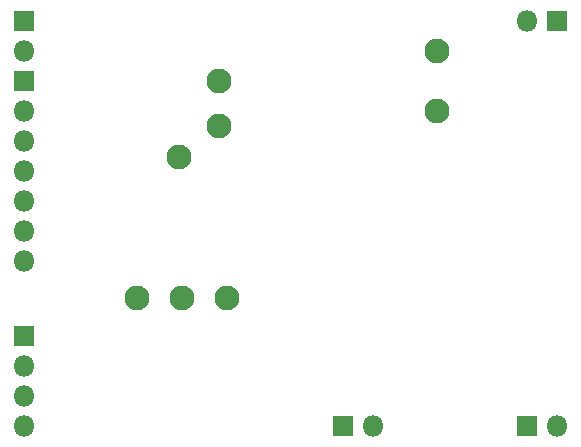
<source format=gbr>
%TF.GenerationSoftware,KiCad,Pcbnew,(5.1.2)-2*%
%TF.CreationDate,2019-07-04T00:25:09-07:00*%
%TF.ProjectId,PowerStage SubBoard 0-2,506f7765-7253-4746-9167-652053756242,rev?*%
%TF.SameCoordinates,Original*%
%TF.FileFunction,Soldermask,Bot*%
%TF.FilePolarity,Negative*%
%FSLAX46Y46*%
G04 Gerber Fmt 4.6, Leading zero omitted, Abs format (unit mm)*
G04 Created by KiCad (PCBNEW (5.1.2)-2) date 2019-07-04 00:25:09*
%MOMM*%
%LPD*%
G04 APERTURE LIST*
%ADD10O,1.801600X1.801600*%
%ADD11R,1.801600X1.801600*%
%ADD12C,2.101600*%
G04 APERTURE END LIST*
D10*
X131445000Y-99060000D03*
X131445000Y-96520000D03*
X131445000Y-93980000D03*
X131445000Y-91440000D03*
X131445000Y-88900000D03*
X131445000Y-86360000D03*
D11*
X131445000Y-83820000D03*
D12*
X140970000Y-102235000D03*
X144780000Y-102235000D03*
X148590000Y-102235000D03*
X166370000Y-86360000D03*
X166370000Y-81280000D03*
X144526000Y-90297000D03*
X147955000Y-87630000D03*
X147955000Y-83820000D03*
D11*
X173990000Y-113030000D03*
D10*
X176530000Y-113030000D03*
X160972500Y-113030000D03*
D11*
X158432500Y-113030000D03*
D10*
X131445000Y-113030000D03*
X131445000Y-110490000D03*
X131445000Y-107950000D03*
D11*
X131445000Y-105410000D03*
D10*
X131445000Y-81280000D03*
D11*
X131445000Y-78740000D03*
D10*
X173990000Y-78740000D03*
D11*
X176530000Y-78740000D03*
M02*

</source>
